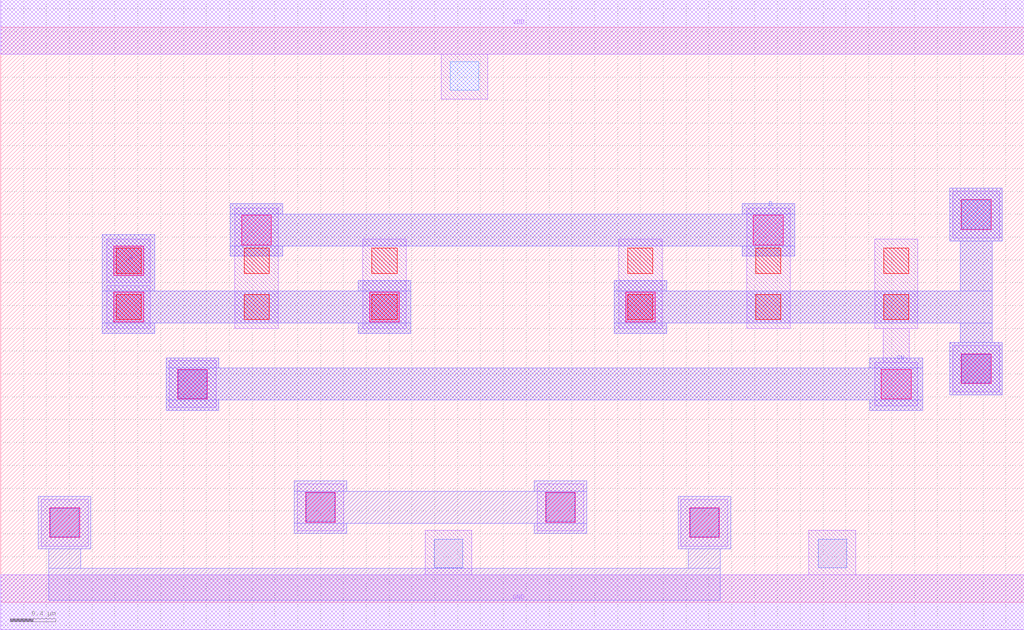
<source format=lef>
MACRO ASYNC3
 CLASS CORE ;
 FOREIGN ASYNC3 0 0 ;
 SIZE 8.96 BY 5.04 ;
 ORIGIN 0 0 ;
 SYMMETRY X Y R90 ;
 SITE unit ;
  PIN VDD
   DIRECTION INOUT ;
   USE POWER ;
   SHAPE ABUTMENT ;
    PORT
     CLASS CORE ;
       LAYER met1 ;
        RECT 0.00000000 4.80000000 8.96000000 5.28000000 ;
    END
  END VDD

  PIN GND
   DIRECTION INOUT ;
   USE POWER ;
   SHAPE ABUTMENT ;
    PORT
     CLASS CORE ;
       LAYER met1 ;
        RECT 0.00000000 -0.24000000 8.96000000 0.24000000 ;
    END
  END GND

  PIN CN
   DIRECTION INOUT ;
   USE SIGNAL ;
   SHAPE ABUTMENT ;
    PORT
     CLASS CORE ;
       LAYER met2 ;
        RECT 1.45000000 1.68200000 1.91000000 1.77200000 ;
        RECT 7.61000000 1.68200000 8.07000000 1.77200000 ;
        RECT 1.45000000 1.77200000 8.07000000 2.05200000 ;
        RECT 1.45000000 2.05200000 1.91000000 2.14200000 ;
        RECT 7.61000000 2.05200000 8.07000000 2.14200000 ;
    END
  END CN

  PIN C
   DIRECTION INOUT ;
   USE SIGNAL ;
   SHAPE ABUTMENT ;
    PORT
     CLASS CORE ;
       LAYER met2 ;
        RECT 8.31000000 1.81700000 8.77000000 2.27700000 ;
        RECT 5.37000000 2.35700000 5.83000000 2.44700000 ;
        RECT 8.40000000 2.27700000 8.68000000 2.44700000 ;
        RECT 5.37000000 2.44700000 8.68000000 2.72700000 ;
        RECT 5.37000000 2.72700000 5.83000000 2.81700000 ;
        RECT 8.40000000 2.72700000 8.68000000 3.16700000 ;
        RECT 8.31000000 3.16700000 8.77000000 3.62700000 ;
    END
  END C

  PIN A
   DIRECTION INOUT ;
   USE SIGNAL ;
   SHAPE ABUTMENT ;
    PORT
     CLASS CORE ;
       LAYER met2 ;
        RECT 0.89000000 2.35700000 1.35000000 2.44700000 ;
        RECT 3.13000000 2.35700000 3.59000000 2.44700000 ;
        RECT 0.89000000 2.44700000 3.59000000 2.72700000 ;
        RECT 3.13000000 2.72700000 3.59000000 2.81700000 ;
        RECT 0.89000000 2.72700000 1.35000000 3.22200000 ;
    END
  END A

  PIN B
   DIRECTION INOUT ;
   USE SIGNAL ;
   SHAPE ABUTMENT ;
    PORT
     CLASS CORE ;
       LAYER met2 ;
        RECT 2.01000000 3.03200000 2.47000000 3.12200000 ;
        RECT 6.49000000 3.03200000 6.95000000 3.12200000 ;
        RECT 2.01000000 3.12200000 6.95000000 3.40200000 ;
        RECT 2.01000000 3.40200000 2.47000000 3.49200000 ;
        RECT 6.49000000 3.40200000 6.95000000 3.49200000 ;
    END
  END B

 OBS
    LAYER polycont ;
     RECT 1.01000000 2.47700000 1.23000000 2.69700000 ;
     RECT 2.13000000 2.47700000 2.35000000 2.69700000 ;
     RECT 3.25000000 2.47700000 3.47000000 2.69700000 ;
     RECT 5.49000000 2.47700000 5.71000000 2.69700000 ;
     RECT 6.61000000 2.47700000 6.83000000 2.69700000 ;
     RECT 7.73000000 2.47700000 7.95000000 2.69700000 ;
     RECT 1.01000000 2.88200000 1.23000000 3.10200000 ;
     RECT 2.13000000 2.88200000 2.35000000 3.10200000 ;
     RECT 3.25000000 2.88200000 3.47000000 3.10200000 ;
     RECT 5.49000000 2.88200000 5.71000000 3.10200000 ;
     RECT 6.61000000 2.88200000 6.83000000 3.10200000 ;
     RECT 7.73000000 2.88200000 7.95000000 3.10200000 ;

    LAYER pdiffc ;
     RECT 8.41500000 3.27200000 8.66500000 3.52200000 ;
     RECT 3.93500000 4.48700000 4.18500000 4.73700000 ;

    LAYER ndiffc ;
     RECT 3.79500000 0.30200000 4.04500000 0.55200000 ;
     RECT 7.15500000 0.30200000 7.40500000 0.55200000 ;
     RECT 0.43500000 0.57200000 0.68500000 0.82200000 ;
     RECT 6.03500000 0.57200000 6.28500000 0.82200000 ;
     RECT 2.67500000 0.70700000 2.92500000 0.95700000 ;
     RECT 4.77500000 0.70700000 5.02500000 0.95700000 ;
     RECT 1.55500000 1.78700000 1.80500000 2.03700000 ;
     RECT 8.41500000 1.92200000 8.66500000 2.17200000 ;

    LAYER met1 ;
     RECT 0.00000000 -0.24000000 8.96000000 0.24000000 ;
     RECT 3.71500000 0.24000000 4.12500000 0.63200000 ;
     RECT 7.07500000 0.24000000 7.48500000 0.63200000 ;
     RECT 0.35500000 0.49200000 0.76500000 0.90200000 ;
     RECT 5.95500000 0.49200000 6.36500000 0.90200000 ;
     RECT 2.59500000 0.62700000 3.00500000 1.03700000 ;
     RECT 4.69500000 0.62700000 5.10500000 1.03700000 ;
     RECT 1.47500000 1.70700000 1.88500000 2.11700000 ;
     RECT 8.33500000 1.84200000 8.74500000 2.25200000 ;
     RECT 0.93000000 2.39700000 1.31000000 2.77700000 ;
     RECT 0.93000000 2.80200000 1.31000000 3.18200000 ;
     RECT 3.17000000 2.39700000 3.55000000 3.18200000 ;
     RECT 5.41000000 2.39700000 5.79000000 3.18200000 ;
     RECT 7.65000000 1.72200000 8.03000000 2.10200000 ;
     RECT 7.72500000 2.10200000 7.95500000 2.39700000 ;
     RECT 7.65000000 2.39700000 8.03000000 3.18200000 ;
     RECT 2.05000000 2.39700000 2.43000000 3.45200000 ;
     RECT 6.53000000 2.39700000 6.91000000 3.45200000 ;
     RECT 8.33500000 3.19200000 8.74500000 3.60200000 ;
     RECT 3.85500000 4.40700000 4.26500000 4.80000000 ;
     RECT 0.00000000 4.80000000 8.96000000 5.28000000 ;

    LAYER via1 ;
     RECT 0.43000000 0.56700000 0.69000000 0.82700000 ;
     RECT 6.03000000 0.56700000 6.29000000 0.82700000 ;
     RECT 2.67000000 0.70200000 2.93000000 0.96200000 ;
     RECT 4.77000000 0.70200000 5.03000000 0.96200000 ;
     RECT 1.55000000 1.78200000 1.81000000 2.04200000 ;
     RECT 7.71000000 1.78200000 7.97000000 2.04200000 ;
     RECT 8.41000000 1.91700000 8.67000000 2.17700000 ;
     RECT 0.99000000 2.45700000 1.25000000 2.71700000 ;
     RECT 3.23000000 2.45700000 3.49000000 2.71700000 ;
     RECT 5.47000000 2.45700000 5.73000000 2.71700000 ;
     RECT 0.99000000 2.86200000 1.25000000 3.12200000 ;
     RECT 2.11000000 3.13200000 2.37000000 3.39200000 ;
     RECT 6.59000000 3.13200000 6.85000000 3.39200000 ;
     RECT 8.41000000 3.26700000 8.67000000 3.52700000 ;

    LAYER met2 ;
     RECT 0.42000000 0.01700000 6.30000000 0.29700000 ;
     RECT 0.42000000 0.29700000 0.70000000 0.46700000 ;
     RECT 6.02000000 0.29700000 6.30000000 0.46700000 ;
     RECT 0.33000000 0.46700000 0.79000000 0.92700000 ;
     RECT 5.93000000 0.46700000 6.39000000 0.92700000 ;
     RECT 2.57000000 0.60200000 3.03000000 0.69200000 ;
     RECT 4.67000000 0.60200000 5.13000000 0.69200000 ;
     RECT 2.57000000 0.69200000 5.13000000 0.97200000 ;
     RECT 2.57000000 0.97200000 3.03000000 1.06200000 ;
     RECT 4.67000000 0.97200000 5.13000000 1.06200000 ;
     RECT 1.45000000 1.68200000 1.91000000 1.77200000 ;
     RECT 7.61000000 1.68200000 8.07000000 1.77200000 ;
     RECT 1.45000000 1.77200000 8.07000000 2.05200000 ;
     RECT 1.45000000 2.05200000 1.91000000 2.14200000 ;
     RECT 7.61000000 2.05200000 8.07000000 2.14200000 ;
     RECT 0.89000000 2.35700000 1.35000000 2.44700000 ;
     RECT 3.13000000 2.35700000 3.59000000 2.44700000 ;
     RECT 0.89000000 2.44700000 3.59000000 2.72700000 ;
     RECT 3.13000000 2.72700000 3.59000000 2.81700000 ;
     RECT 0.89000000 2.72700000 1.35000000 3.22200000 ;
     RECT 2.01000000 3.03200000 2.47000000 3.12200000 ;
     RECT 6.49000000 3.03200000 6.95000000 3.12200000 ;
     RECT 2.01000000 3.12200000 6.95000000 3.40200000 ;
     RECT 2.01000000 3.40200000 2.47000000 3.49200000 ;
     RECT 6.49000000 3.40200000 6.95000000 3.49200000 ;
     RECT 8.31000000 1.81700000 8.77000000 2.27700000 ;
     RECT 5.37000000 2.35700000 5.83000000 2.44700000 ;
     RECT 8.40000000 2.27700000 8.68000000 2.44700000 ;
     RECT 5.37000000 2.44700000 8.68000000 2.72700000 ;
     RECT 5.37000000 2.72700000 5.83000000 2.81700000 ;
     RECT 8.40000000 2.72700000 8.68000000 3.16700000 ;
     RECT 8.31000000 3.16700000 8.77000000 3.62700000 ;

 END
END ASYNC3

</source>
